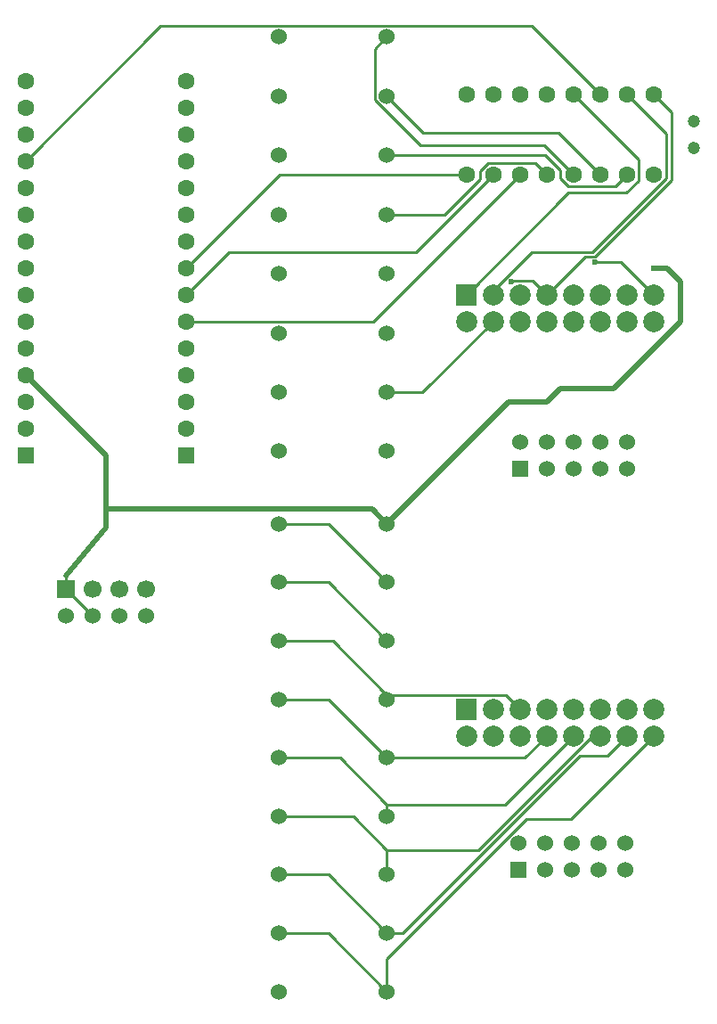
<source format=gbl>
G04 Layer: BottomLayer*
G04 EasyEDA v6.5.9, 2022-07-24 08:21:13*
G04 5bc8cb45828b4c0bbea3d3a06f8b76a5,bf633cf64d8a430dba0ab8f24d4e683d,10*
G04 Gerber Generator version 0.2*
G04 Scale: 100 percent, Rotated: No, Reflected: No *
G04 Dimensions in millimeters *
G04 leading zeros omitted , absolute positions ,4 integer and 5 decimal *
%FSLAX45Y45*%
%MOMM*%

%ADD10C,0.5000*%
%ADD11C,0.2540*%
%ADD12C,1.1938*%
%ADD13C,2.0000*%
%ADD14C,1.5240*%
%ADD15R,1.6000X1.6000*%
%ADD16C,1.6000*%
%ADD17C,1.7000*%
%ADD18C,0.6000*%
%ADD19C,0.0163*%

%LPD*%
D10*
X1778000Y-4981473D02*
G01*
X1778000Y-4445000D01*
X1016000Y-3683000D01*
D11*
X1397000Y-5715000D02*
G01*
X1397000Y-5588000D01*
X1397000Y-5588000D02*
G01*
X1397000Y-5715000D01*
D10*
X1397000Y-5588000D02*
G01*
X1778000Y-5136464D01*
X1778000Y-4981473D01*
D11*
X3421989Y-8429625D02*
G01*
X3896385Y-8429625D01*
X4452010Y-8985250D01*
X4452010Y-5651500D02*
G01*
X3896385Y-5095875D01*
X3421989Y-5095875D01*
X3421989Y-8985250D02*
G01*
X3896385Y-8985250D01*
X4452010Y-9540875D01*
X6985000Y-7112000D02*
G01*
X6198133Y-7898866D01*
X5780176Y-7898866D01*
X4452010Y-9227032D01*
X4452010Y-9540875D01*
X6731000Y-7112000D02*
G01*
X6545986Y-7297013D01*
X6289040Y-7297013D01*
X4600803Y-8985250D01*
X4452010Y-8985250D01*
X4452010Y-8429625D02*
G01*
X4452010Y-8193786D01*
X3421989Y-7874000D02*
G01*
X4132224Y-7874000D01*
X4452010Y-8193786D01*
X4452010Y-8193786D02*
G01*
X5322366Y-8193786D01*
X6404152Y-7112000D01*
X6477000Y-7112000D01*
X4452010Y-7874000D02*
G01*
X4452010Y-7764779D01*
X3421989Y-7318375D02*
G01*
X4005605Y-7318375D01*
X4452010Y-7764779D01*
X4452010Y-7764779D02*
G01*
X5570220Y-7764779D01*
X6223000Y-7112000D01*
X4452010Y-7318375D02*
G01*
X3896385Y-6762750D01*
X3421989Y-6762750D01*
X5969000Y-7112000D02*
G01*
X5762625Y-7318375D01*
X4452010Y-7318375D01*
X4452010Y-6721779D02*
G01*
X5578779Y-6721779D01*
X5715000Y-6858000D01*
X4452010Y-6762750D02*
G01*
X4452010Y-6721779D01*
X4452010Y-6721779D02*
G01*
X3937355Y-6207125D01*
X3421989Y-6207125D01*
X6985000Y-2921000D02*
G01*
X6677126Y-2613126D01*
X6426657Y-2613126D01*
X6223000Y-1778000D02*
G01*
X5947663Y-1502663D01*
X4767859Y-1502663D01*
X4335399Y-1070203D01*
X4335399Y-588314D01*
X4452010Y-471703D01*
X6477000Y-1778000D02*
G01*
X6079007Y-1380007D01*
X4797882Y-1380007D01*
X4452010Y-1034135D01*
X5630925Y-2794000D02*
G01*
X5636133Y-2788793D01*
X5836793Y-2788793D01*
X5969000Y-2921000D01*
X6985000Y-1016000D02*
G01*
X7160031Y-1191031D01*
X7160031Y-1826717D01*
X6431686Y-2555062D01*
X6334937Y-2555062D01*
X5969000Y-2921000D01*
X4452010Y-3846296D02*
G01*
X4789703Y-3846296D01*
X5461000Y-3175000D01*
X6731000Y-1016000D02*
G01*
X7103541Y-1388541D01*
X7103541Y-1813610D01*
X6402857Y-2514295D01*
X5828512Y-2514295D01*
X5461000Y-2881807D01*
X5461000Y-2921000D01*
X5207000Y-2921000D02*
G01*
X6179362Y-1948637D01*
X6728713Y-1948637D01*
X6840118Y-1837232D01*
X6840118Y-1633118D01*
X6223000Y-1016000D01*
X1651000Y-5969000D02*
G01*
X1397000Y-5715000D01*
X6477000Y-1016000D02*
G01*
X5827496Y-366496D01*
X2300503Y-366496D01*
X1016000Y-1651000D01*
X5461000Y-1778000D02*
G01*
X4723409Y-2515590D01*
X2945409Y-2515590D01*
X2540000Y-2921000D01*
X5715000Y-1778000D02*
G01*
X4318000Y-3175000D01*
X2540000Y-3175000D01*
X5207000Y-1778000D02*
G01*
X3429000Y-1778000D01*
X2540000Y-2667000D01*
X4452010Y-2159000D02*
G01*
X4997322Y-2159000D01*
X5334000Y-1822322D01*
X5334000Y-1746097D01*
X5411088Y-1669008D01*
X5860008Y-1669008D01*
X5969000Y-1778000D01*
X4452010Y-1596567D02*
G01*
X5958890Y-1596567D01*
X6096000Y-1733677D01*
X6096000Y-1811020D01*
X6171945Y-1886965D01*
X6622034Y-1886965D01*
X6731000Y-1778000D01*
X4452010Y-6207125D02*
G01*
X3896385Y-5651500D01*
X3421989Y-5651500D01*
D10*
X1778000Y-4981447D02*
G01*
X1778000Y-4953000D01*
X4309109Y-4953000D01*
X4452111Y-5096002D01*
X4452111Y-5096002D02*
G01*
X5611113Y-3937000D01*
X5969000Y-3937000D01*
X6096000Y-3810000D01*
X6604000Y-3810000D01*
X7239000Y-3175000D01*
X7239000Y-2794000D01*
X7112000Y-2667000D01*
X6985000Y-2667000D01*
D12*
G01*
X7366000Y-1524000D03*
G01*
X7366000Y-1270000D03*
D13*
G01*
X6985000Y-7112000D03*
G01*
X6985000Y-6858000D03*
G01*
X6731000Y-7112000D03*
G01*
X6731000Y-6858000D03*
G01*
X6477000Y-7112000D03*
G01*
X6477000Y-6858000D03*
G01*
X6223000Y-7112000D03*
G01*
X6223000Y-6858000D03*
G01*
X5969000Y-7112000D03*
G01*
X5969000Y-6858000D03*
G01*
X5715000Y-7112000D03*
G01*
X5715000Y-6858000D03*
G01*
X5461000Y-7112000D03*
G01*
X5461000Y-6858000D03*
G01*
X5207000Y-7112000D03*
G36*
X5107000Y-6758000D02*
G01*
X5306999Y-6758000D01*
X5306999Y-6957999D01*
X5107000Y-6957999D01*
G37*
G01*
X6985000Y-3175000D03*
G01*
X6985000Y-2921000D03*
G01*
X6731000Y-3175000D03*
G01*
X6731000Y-2921000D03*
G01*
X6477000Y-3175000D03*
G01*
X6477000Y-2921000D03*
G01*
X6223000Y-3175000D03*
G01*
X6223000Y-2921000D03*
G01*
X5969000Y-3175000D03*
G01*
X5969000Y-2921000D03*
G01*
X5715000Y-3175000D03*
G01*
X5715000Y-2921000D03*
G01*
X5461000Y-3175000D03*
G01*
X5461000Y-2921000D03*
G01*
X5207000Y-3175000D03*
G36*
X5107000Y-2821000D02*
G01*
X5306999Y-2821000D01*
X5306999Y-3020999D01*
X5107000Y-3020999D01*
G37*
D14*
G01*
X3421989Y-5095875D03*
G01*
X4452010Y-5095875D03*
G01*
X3421989Y-5651500D03*
G01*
X4452010Y-5651500D03*
G01*
X3421989Y-6207125D03*
G01*
X4452010Y-6207125D03*
G01*
X3421989Y-6762750D03*
G01*
X4452010Y-6762750D03*
G01*
X3421989Y-7318375D03*
G01*
X4452010Y-7318375D03*
G01*
X3421989Y-7874000D03*
G01*
X4452010Y-7874000D03*
G01*
X3421989Y-8429625D03*
G01*
X4452010Y-8429625D03*
G01*
X3421989Y-8985250D03*
G01*
X4452010Y-8985250D03*
G01*
X3421989Y-9540875D03*
G01*
X4452010Y-9540875D03*
G01*
X3421989Y-471703D03*
G01*
X4452010Y-471703D03*
G01*
X3421989Y-1034135D03*
G01*
X4452010Y-1034135D03*
G01*
X3421989Y-1596567D03*
G01*
X4452010Y-1596567D03*
G01*
X3421989Y-2159000D03*
G01*
X4452010Y-2159000D03*
G01*
X3421989Y-2721432D03*
G01*
X4452010Y-2721432D03*
G01*
X3421989Y-3283864D03*
G01*
X4452010Y-3283864D03*
G01*
X3421989Y-3846296D03*
G01*
X4452010Y-3846296D03*
G01*
X3421989Y-4408703D03*
G01*
X4452010Y-4408703D03*
G36*
X5628954Y-8305927D02*
G01*
X5781354Y-8305927D01*
X5781354Y-8458327D01*
X5628954Y-8458327D01*
G37*
G01*
X5704890Y-8127872D03*
G01*
X5959093Y-8382025D03*
G01*
X5958890Y-8127872D03*
G01*
X6213093Y-8382025D03*
G01*
X6212890Y-8127872D03*
G01*
X6467093Y-8382025D03*
G01*
X6466890Y-8127872D03*
G01*
X6721093Y-8382025D03*
G01*
X6720890Y-8127872D03*
D15*
G01*
X2540000Y-4445000D03*
D16*
G01*
X1016000Y-4191000D03*
G01*
X1016000Y-3683000D03*
G01*
X1016000Y-3175000D03*
G01*
X1016000Y-2667000D03*
G01*
X1016000Y-2159000D03*
G01*
X1016000Y-1651000D03*
G01*
X1016000Y-1143000D03*
G01*
X2540000Y-889000D03*
G01*
X2540000Y-1397000D03*
G01*
X2540000Y-1905000D03*
G01*
X2540000Y-2413000D03*
G01*
X2540000Y-2921000D03*
G01*
X2540000Y-3429000D03*
G01*
X2540000Y-3937000D03*
G01*
X2540000Y-4191000D03*
G01*
X2540000Y-3683000D03*
G01*
X2540000Y-3175000D03*
G01*
X2540000Y-2667000D03*
G01*
X2540000Y-2159000D03*
G01*
X2540000Y-1651000D03*
G01*
X2540000Y-1143000D03*
G01*
X1016000Y-889000D03*
G01*
X1016000Y-1397000D03*
G01*
X1016000Y-1905000D03*
G01*
X1016000Y-2413000D03*
G01*
X1016000Y-2921000D03*
G01*
X1016000Y-3429000D03*
G01*
X1016000Y-3937000D03*
D15*
G01*
X1016000Y-4445000D03*
D16*
G01*
X6985000Y-1016000D03*
G01*
X6731000Y-1016000D03*
G01*
X6477000Y-1016000D03*
G01*
X6223000Y-1016000D03*
G01*
X5969000Y-1016000D03*
G01*
X5715000Y-1016000D03*
G01*
X5461000Y-1016000D03*
G01*
X5207000Y-1016000D03*
G01*
X5207000Y-1778000D03*
G01*
X5461000Y-1778000D03*
G01*
X5715000Y-1778000D03*
G01*
X5969000Y-1778000D03*
G01*
X6223000Y-1778000D03*
G01*
X6477000Y-1778000D03*
G01*
X6731000Y-1778000D03*
G01*
X6985000Y-1778000D03*
G36*
X1311998Y-5629998D02*
G01*
X1482001Y-5629998D01*
X1482001Y-5800001D01*
X1311998Y-5800001D01*
G37*
D17*
G01*
X1651000Y-5715000D03*
G01*
X1905000Y-5715000D03*
G01*
X2159000Y-5715000D03*
G36*
X5638952Y-4495927D02*
G01*
X5791352Y-4495927D01*
X5791352Y-4648327D01*
X5638952Y-4648327D01*
G37*
D14*
G01*
X5714898Y-4317872D03*
G01*
X5969101Y-4572025D03*
G01*
X5968898Y-4317872D03*
G01*
X6223101Y-4572025D03*
G01*
X6222898Y-4317872D03*
G01*
X6477101Y-4572025D03*
G01*
X6476898Y-4317872D03*
G01*
X6731101Y-4572025D03*
G01*
X6730898Y-4317872D03*
G01*
X1397000Y-5969000D03*
G01*
X1651000Y-5969000D03*
G01*
X1905000Y-5969000D03*
G01*
X2159000Y-5969000D03*
D18*
G01*
X6985000Y-2667000D03*
G01*
X5630925Y-2794000D03*
G01*
X6426657Y-2613126D03*
M02*

</source>
